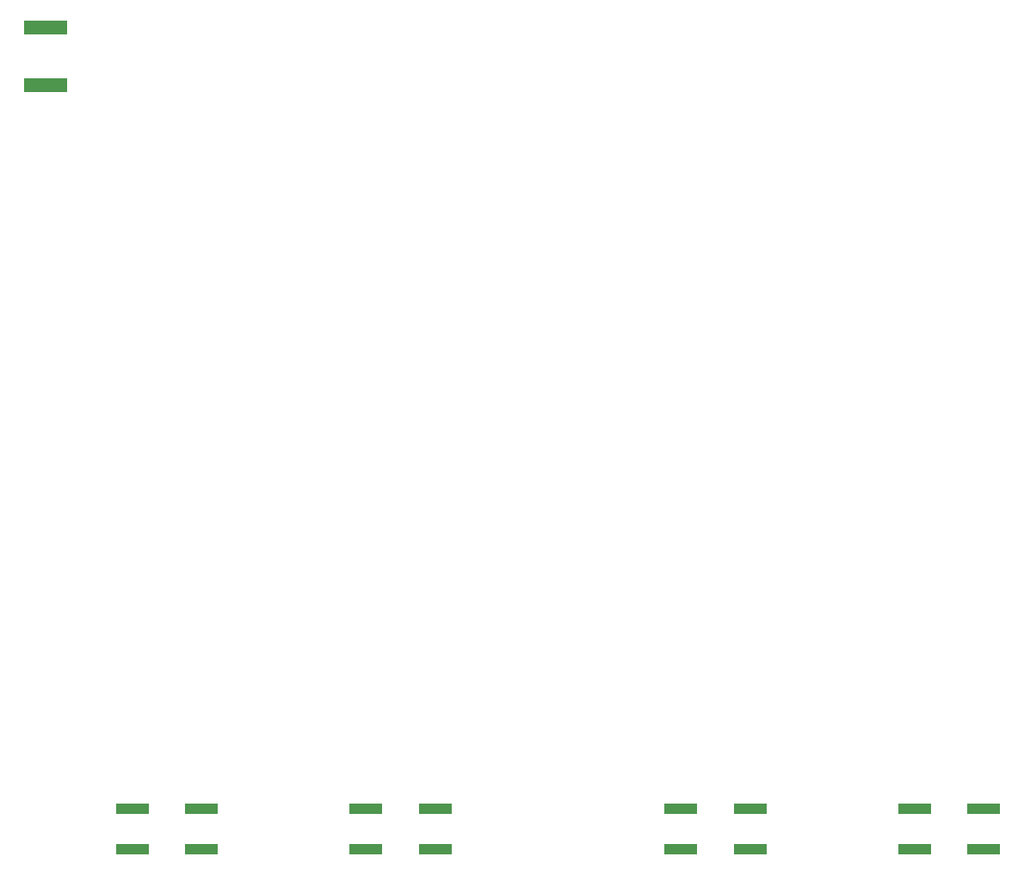
<source format=gbr>
G04 #@! TF.GenerationSoftware,KiCad,Pcbnew,(5.99.0-263-g133772e96)*
G04 #@! TF.CreationDate,2019-11-01T12:35:40+01:00*
G04 #@! TF.ProjectId,pocasicko,706f6361-7369-4636-9b6f-2e6b69636164,1*
G04 #@! TF.SameCoordinates,Original*
G04 #@! TF.FileFunction,Paste,Top*
G04 #@! TF.FilePolarity,Positive*
%FSLAX46Y46*%
G04 Gerber Fmt 4.6, Leading zero omitted, Abs format (unit mm)*
G04 Created by KiCad (PCBNEW (5.99.0-263-g133772e96)) date 2019-11-01 12:35:40*
%MOMM*%
%LPD*%
G04 APERTURE LIST*
%ADD10R,4.200000X1.350000*%
%ADD11R,3.200000X1.000000*%
G04 APERTURE END LIST*
D10*
X102100000Y-55175000D03*
X102100000Y-60825000D03*
D11*
X194400000Y-136000000D03*
X187600000Y-136000000D03*
X187600000Y-132000000D03*
X194400000Y-132000000D03*
X171400000Y-136000000D03*
X164600000Y-136000000D03*
X164600000Y-132000000D03*
X171400000Y-132000000D03*
X140400000Y-136000000D03*
X133600000Y-136000000D03*
X133600000Y-132000000D03*
X140400000Y-132000000D03*
X117400000Y-136000000D03*
X110600000Y-136000000D03*
X110600000Y-132000000D03*
X117400000Y-132000000D03*
M02*

</source>
